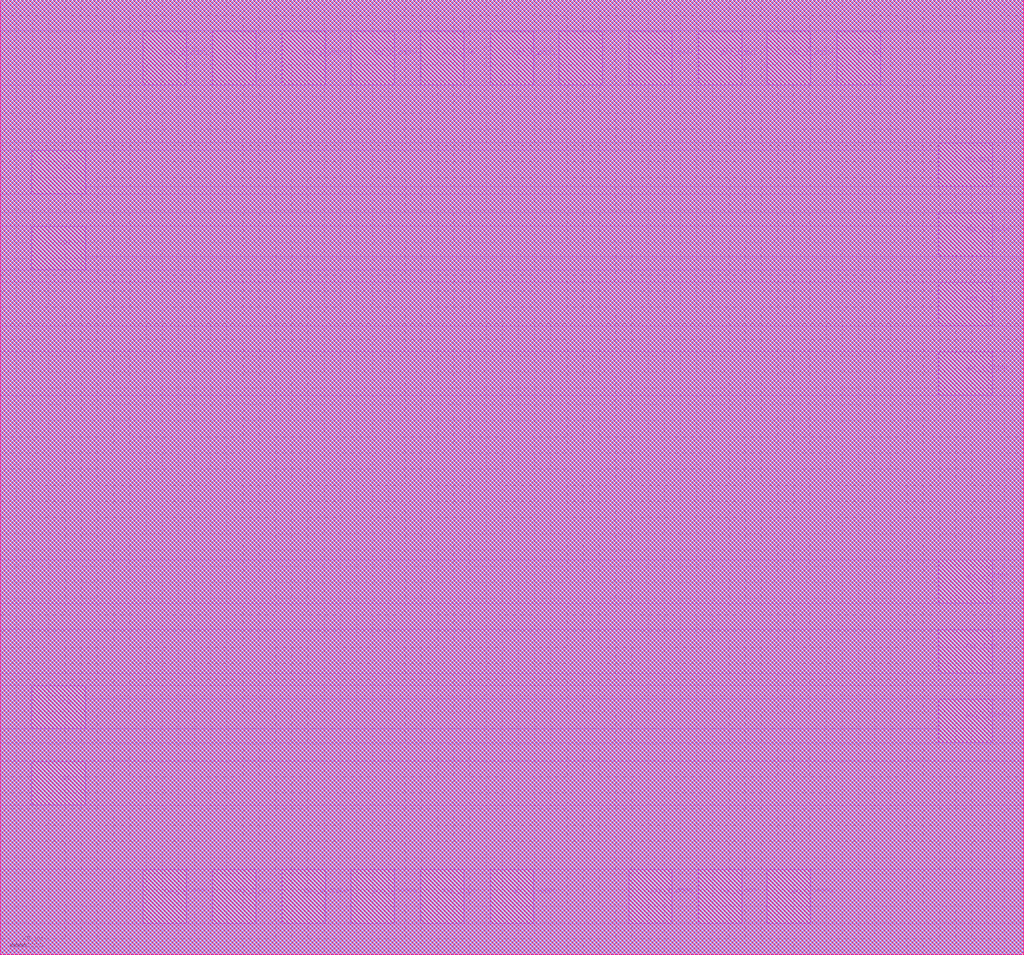
<source format=lef>
VERSION 5.7 ;
  NOWIREEXTENSIONATPIN ON ;
  DIVIDERCHAR "/" ;
  BUSBITCHARS "[]" ;
MACRO hydra
  CLASS BLOCK ;
  FOREIGN hydra ;
  ORIGIN 0.000 0.000 ;
  SIZE 1264.000 BY 1180.000 ;
  PIN DAC_0_VREFL
    PORT
      LAYER MET1 ;
        RECT 176.500 1074.880 229.500 1140.880 ;
    END
  END DAC_0_VREFL
  PIN DAC_0_OUT
    PORT
      LAYER MET1 ;
        RECT 262.500 1074.880 315.500 1140.880 ;
    END
  END DAC_0_OUT
  PIN DAC_0_VREFH
    PORT
      LAYER MET1 ;
        RECT 348.500 1074.880 401.500 1140.880 ;
    END
  END DAC_0_VREFH
  PIN ADC_0_VREFH
    PORT
      LAYER MET1 ;
        RECT 433.500 1074.880 486.500 1140.880 ;
    END
  END ADC_0_VREFH
  PIN ADC_0_IN
    PORT
      LAYER MET1 ;
        RECT 519.500 1074.880 572.500 1140.880 ;
    END
  END ADC_0_IN
  PIN ADC_0_VREFL
    PORT
      LAYER MET1 ;
        RECT 605.500 1074.880 658.500 1140.880 ;
    END
  END ADC_0_VREFL
  PIN DAC_1_VREFL
    PORT
      LAYER MET1 ;
        RECT 776.500 1074.880 829.500 1140.880 ;
    END
  END DAC_1_VREFL
  PIN DAC_1_OUT
    PORT
      LAYER MET1 ;
        RECT 862.500 1074.880 915.500 1140.880 ;
    END
  END DAC_1_OUT
  PIN DAC_1_VREFH
    PORT
      LAYER MET1 ;
        RECT 947.500 1074.880 1000.500 1140.880 ;
    END
  END DAC_1_VREFH
  PIN ADC_1_VREFH
    PORT
      LAYER MET1 ;
        RECT 1158.880 863.500 1224.880 916.500 ;
    END
  END ADC_1_VREFH
  PIN ADC_1_IN
    PORT
      LAYER MET1 ;
        RECT 1158.880 777.500 1224.880 830.500 ;
    END
  END ADC_1_IN
  PIN ADC_1_VREFL
    PORT
      LAYER MET1 ;
        RECT 1158.880 691.500 1224.880 744.500 ;
    END
  END ADC_1_VREFL
  PIN ADC_2_VREFL
    PORT
      LAYER MET1 ;
        RECT 1158.880 434.500 1224.880 487.500 ;
    END
  END ADC_2_VREFL
  PIN ADC_2_IN
    PORT
      LAYER MET1 ;
        RECT 1158.880 348.500 1224.880 401.500 ;
    END
  END ADC_2_IN
  PIN ADC_2_VREFH
    PORT
      LAYER MET1 ;
        RECT 1158.880 262.500 1224.880 315.500 ;
    END
  END ADC_2_VREFH
  PIN DAC_2_VREFH
    PORT
      LAYER MET1 ;
        RECT 947.500 39.120 1000.500 105.120 ;
    END
  END DAC_2_VREFH
  PIN DAC_2_OUT
    PORT
      LAYER MET1 ;
        RECT 862.500 39.120 915.500 105.120 ;
    END
  END DAC_2_OUT
  PIN DAC_2_VREFL
    PORT
      LAYER MET1 ;
        RECT 776.500 39.120 829.500 105.120 ;
    END
  END DAC_2_VREFL
  PIN ADC_3_VREFL
    PORT
      LAYER MET1 ;
        RECT 605.500 39.120 658.500 105.120 ;
    END
  END ADC_3_VREFL
  PIN ADC_3_IN
    PORT
      LAYER MET1 ;
        RECT 519.500 39.120 572.500 105.120 ;
    END
  END ADC_3_IN
  PIN ADC_3_VREFH
    PORT
      LAYER MET1 ;
        RECT 433.500 39.120 486.500 105.120 ;
    END
  END ADC_3_VREFH
  PIN DAC_3_VREFH
    PORT
      LAYER MET1 ;
        RECT 348.500 39.120 401.500 105.120 ;
    END
  END DAC_3_VREFH
  PIN DAC_3_OUT
    PORT
      LAYER MET1 ;
        RECT 262.500 39.120 315.500 105.120 ;
    END
  END DAC_3_OUT
  PIN DAC_3_VREFL
    PORT
      LAYER MET1 ;
        RECT 176.500 39.120 229.500 105.120 ;
    END
  END DAC_3_VREFL
  PIN CSB
    PORT
      LAYER MET1 ;
        RECT 39.120 185.500 105.120 238.500 ;
    END
  END CSB
  PIN SCK
    PORT
      LAYER MET1 ;
        RECT 39.120 279.500 105.120 332.500 ;
    END
  END SCK
  PIN SDI
    PORT
      LAYER MET1 ;
        RECT 39.120 846.500 105.120 899.500 ;
    END
  END SDI
  PIN SDO
    PORT
      LAYER MET1 ;
        RECT 39.120 940.500 105.120 993.500 ;
    END
  END SDO
  PIN VSS
    PORT
      LAYER MET1 ;
        RECT 690.500 1074.880 743.500 1140.880 ;
    END
  END VSS
  PIN VDD1V8
    PORT
      LAYER MET1 ;
        RECT 1033.500 1074.880 1086.500 1140.880 ;
    END
  END VDD1V8
  PIN VDD3V3
    PORT
      LAYER MET1 ;
        RECT 1158.880 949.500 1224.880 1002.500 ;
    END
  END VDD3V3
  OBS
      LAYER MET1 ;
        RECT 0.000 1141.480 1264.000 1180.000 ;
        RECT 0.000 1074.280 175.900 1141.480 ;
        RECT 230.100 1074.280 261.900 1141.480 ;
        RECT 316.100 1074.280 347.900 1141.480 ;
        RECT 402.100 1074.280 432.900 1141.480 ;
        RECT 487.100 1074.280 518.900 1141.480 ;
        RECT 573.100 1074.280 604.900 1141.480 ;
        RECT 659.100 1074.280 689.900 1141.480 ;
        RECT 744.100 1074.280 775.900 1141.480 ;
        RECT 830.100 1074.280 861.900 1141.480 ;
        RECT 916.100 1074.280 946.900 1141.480 ;
        RECT 1001.100 1074.280 1032.900 1141.480 ;
        RECT 1087.100 1074.280 1264.000 1141.480 ;
        RECT 0.000 1003.100 1264.000 1074.280 ;
        RECT 0.000 994.100 1158.280 1003.100 ;
        RECT 0.000 939.900 38.520 994.100 ;
        RECT 105.720 948.900 1158.280 994.100 ;
        RECT 1225.480 948.900 1264.000 1003.100 ;
        RECT 105.720 939.900 1264.000 948.900 ;
        RECT 0.000 917.100 1264.000 939.900 ;
        RECT 0.000 900.100 1158.280 917.100 ;
        RECT 0.000 845.900 38.520 900.100 ;
        RECT 105.720 862.900 1158.280 900.100 ;
        RECT 1225.480 862.900 1264.000 917.100 ;
        RECT 105.720 845.900 1264.000 862.900 ;
        RECT 0.000 831.100 1264.000 845.900 ;
        RECT 0.000 776.900 1158.280 831.100 ;
        RECT 1225.480 776.900 1264.000 831.100 ;
        RECT 0.000 745.100 1264.000 776.900 ;
        RECT 0.000 690.900 1158.280 745.100 ;
        RECT 1225.480 690.900 1264.000 745.100 ;
        RECT 0.000 488.100 1264.000 690.900 ;
        RECT 0.000 433.900 1158.280 488.100 ;
        RECT 1225.480 433.900 1264.000 488.100 ;
        RECT 0.000 402.100 1264.000 433.900 ;
        RECT 0.000 347.900 1158.280 402.100 ;
        RECT 1225.480 347.900 1264.000 402.100 ;
        RECT 0.000 333.100 1264.000 347.900 ;
        RECT 0.000 278.900 38.520 333.100 ;
        RECT 105.720 316.100 1264.000 333.100 ;
        RECT 105.720 278.900 1158.280 316.100 ;
        RECT 0.000 261.900 1158.280 278.900 ;
        RECT 1225.480 261.900 1264.000 316.100 ;
        RECT 0.000 239.100 1264.000 261.900 ;
        RECT 0.000 184.900 38.520 239.100 ;
        RECT 105.720 184.900 1264.000 239.100 ;
        RECT 0.000 105.720 1264.000 184.900 ;
        RECT 0.000 38.520 175.900 105.720 ;
        RECT 230.100 38.520 261.900 105.720 ;
        RECT 316.100 38.520 347.900 105.720 ;
        RECT 402.100 38.520 432.900 105.720 ;
        RECT 487.100 38.520 518.900 105.720 ;
        RECT 573.100 38.520 604.900 105.720 ;
        RECT 659.100 38.520 775.900 105.720 ;
        RECT 830.100 38.520 861.900 105.720 ;
        RECT 916.100 38.520 946.900 105.720 ;
        RECT 1001.100 38.520 1264.000 105.720 ;
        RECT 0.000 0.000 1264.000 38.520 ;
      LAYER MET2 ;
        RECT 0.000 0.000 1264.000 1180.000 ;
      LAYER MET3 ;
        RECT 0.000 0.000 1264.000 1180.000 ;
      LAYER MET4 ;
        RECT 0.000 0.000 1264.000 1180.000 ;
      LAYER METTP ;
        RECT 0.000 0.000 1264.000 1180.000 ;
      LAYER METTPL ;
        RECT 0.000 0.000 1264.000 1180.000 ;
  END
END hydra
END LIBRARY


</source>
